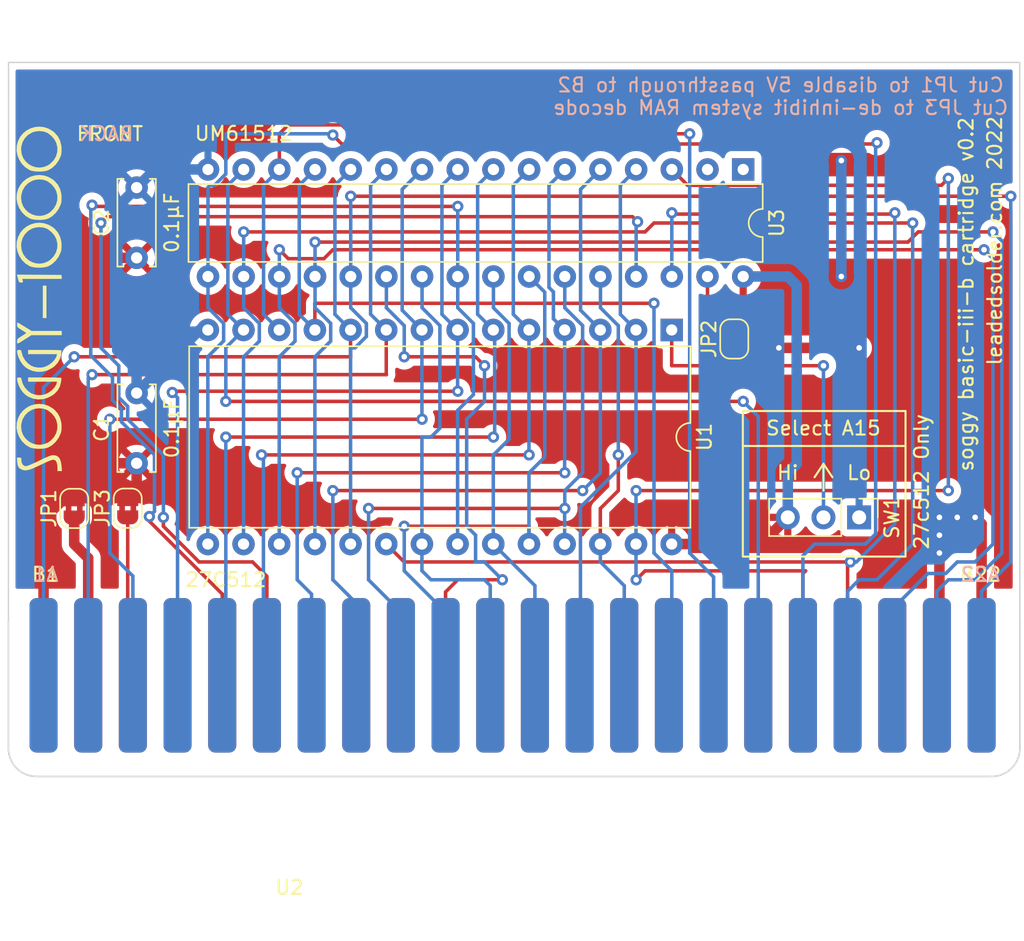
<source format=kicad_pcb>
(kicad_pcb (version 20211014) (generator pcbnew)
  (layers (0 "F.Cu" signal) (31 "B.Cu" signal) (34 "B.Paste" user) (35 "F.Paste" user) (36 "B.SilkS" user "B.Silkscreen") (37 "F.SilkS" user "F.Silkscreen") (38 "B.Mask" user) (39 "F.Mask" user) (44 "Edge.Cuts" user))
  (net 0 "")
  (net 1 "/5V")
  (net 2 "/GND")
  (net 3 "/~{CSCN4}")
  (net 4 "Net-(JP2-Pad2)")
  (net 5 "/D0")
  (net 6 "/D1")
  (net 7 "/D2")
  (net 8 "/D3")
  (net 9 "/D4")
  (net 10 "/D5")
  (net 11 "/D6")
  (net 12 "/D7")
  (net 13 "/~{RD}")
  (net 14 "Net-(U2-PadB3)")
  (net 15 "Net-(SW1-Pad2)")
  (net 16 "/~{WR}")
  (net 20 "/~{MREQ}")
  (net 29 "/A0")
  (net 30 "/A1")
  (net 31 "/A2")
  (net 32 "/A3")
  (net 33 "/A4")
  (net 34 "/A5")
  (net 35 "/A6")
  (net 36 "/A7")
  (net 37 "/A8")
  (net 38 "/A9")
  (net 39 "/A10")
  (net 40 "/A11")
  (net 41 "/A12")
  (net 42 "/A13")
  (net 43 "/A14")
  (net 44 "/~{EXM2}")
  (footprint "Capacitor_THT:C_Disc_D6.0mm_W2.5mm_P5.00mm" (layer "F.Cu") (at 126.365 98.365 90)
    (fp_text reference "C2")
    (fp_text value "0.1µF")
  )
  (footprint "Capacitor_THT:C_Disc_D6.0mm_W2.5mm_P5.00mm" (layer "F.Cu") (at 126.365 112.99 90)
    (fp_text reference "C1")
    (fp_text value "0.1µF")
  )
  (footprint "Connector_PinHeader_2.54mm:PinHeader_1x03_P2.54mm_Vertical" (layer "F.Cu") (at 177.8 116.84 -90)
    (fp_text reference "SW1")
    (fp_text value "SW_SPDT")
  )
  (footprint "Jumper:SolderJumper-2_P1.3mm_Bridged2Bar_RoundedPad1.0x1.5mm" (layer "F.Cu") (at 168.91 104.14 90)
    (fp_text reference "JP2")
    (fp_text value "SolderJumper_2_Bridged")
  )
  (footprint "SoggyCartridge:CartridgeEdge" (layer "F.Cu") (at 120.138 122.586)
    (fp_text reference "U2")
    (fp_text value "SG-1000-Cart")
    (fp_line (start 69.1 10.7) (end 69.1 1.7) (layer "Edge.Cuts") (width 0.12))
    (fp_line (start -2.9 10.7) (end -2.9 1.7) (layer "Edge.Cuts") (width 0.12))
    (fp_line (start 67.1 12.7) (end 66.9 12.7) (layer "Edge.Cuts") (width 0.12))
    (fp_line (start -0.9 12.7) (end 66.9 12.7) (layer "Edge.Cuts") (width 0.12))
    (fp_arc (start 69.1 10.7) (mid 68.514214 12.114214) (end 67.1 12.7) (layer "Edge.Cuts") (width 0.12))
    (fp_arc (start -0.9 12.7) (mid -2.314214 12.114214) (end -2.9 10.7) (layer "Edge.Cuts") (width 0.12))
  )
  (footprint "Jumper:SolderJumper-2_P1.3mm_Bridged2Bar_RoundedPad1.0x1.5mm" (layer "F.Cu") (at 121.92 116.205 90)
    (fp_text reference "JP1")
    (fp_text value "Jumper_2_Bridged")
  )
  (footprint "Logos:Soggy" (layer "F.Cu") (at 119.38 101.346 90)
    (fp_text reference "G***" hide)
    (fp_text value "LOGO" hide)
  )
  (footprint "Package_DIP:DIP-28_W15.24mm" (layer "F.Cu") (at 164.455 103.5 -90)
    (fp_text reference "U1")
    (fp_text value "27C512")
  )
  (footprint "Jumper:SolderJumper-2_P1.3mm_Bridged2Bar_RoundedPad1.0x1.5mm" (layer "F.Cu") (at 125.73 116.19 90)
    (fp_text reference "JP3")
    (fp_text value "Jumper_2_Bridged")
  )
  (footprint "Package_DIP:DIP-32_W7.62mm" (layer "F.Cu") (at 169.545 92.075 -90)
    (fp_text reference "U3")
    (fp_text value "UM61512")
  )
  (gr_rect (start 181.102 111.76) (end 169.545 111.76) (layer "F.SilkS") (width 0.15) (fill none))
  (gr_line (start 175.26 114.935) (end 175.26 113.03) (layer "F.SilkS") (width 0.15))
  (gr_line (start 175.26 113.03) (end 175.895 113.9825) (layer "F.SilkS") (width 0.15))
  (gr_rect (start 169.5196 119.634) (end 181.102 109.2708) (layer "F.SilkS") (width 0.15) (fill none))
  (gr_line (start 175.26 113.03) (end 174.625 113.9825) (layer "F.SilkS") (width 0.15))
  (gr_line (start 189.238 122.686) (end 189.23 84.455) (layer "Edge.Cuts") (width 0.1))
  (gr_line (start 117.238 124.286) (end 117.2464 84.455) (layer "Edge.Cuts") (width 0.1))
  (gr_line (start 117.2464 84.455) (end 189.23 84.455) (layer "Edge.Cuts") (width 0.1))
  (gr_line (start 189.238 122.686) (end 189.238 124.286) (layer "Edge.Cuts") (width 0.1))
  (gr_text "A22" (at 186.436 120.904) (layer "B.SilkS") (effects (font (size 1 1)) (justify mirror)))
  (gr_text "Cut JP1 to disable 5V passthrough to B2\nCut JP3 to de-inhibit system RAM decode" (at 172.212 86.868) (layer "B.SilkS") (effects (font (size 1 1)) (justify mirror)))
  (gr_text "A1" (at 119.888 120.904) (layer "B.SilkS") (effects (font (size 1 1)) (justify mirror)))
  (gr_text "BACK" (at 124.206 89.535) (layer "B.SilkS") (effects (font (size 1 1)) (justify mirror)))
  (gr_text "Hi" (at 172.72 113.665) (layer "F.SilkS") (effects (font (size 1 1))))
  (gr_text "FRONT" (at 124.46 89.535) (layer "F.SilkS") (effects (font (size 1 1))))
  (gr_text "B22" (at 186.436 120.904) (layer "F.SilkS") (effects (font (size 1 1))))
  (gr_text "27c512 Only" (at 182.245 114.3 90) (layer "F.SilkS") (effects (font (size 1 1))))
  (gr_text "soggy basic-iii-b cartridge v0.2" (at 185.42 100.965 90) (layer "F.SilkS") (effects (font (size 1 1))))
  (gr_text "Lo" (at 177.8 113.665) (layer "F.SilkS") (effects (font (size 1 1))))
  (gr_text "B1" (at 119.888 120.904) (layer "F.SilkS") (effects (font (size 1 1))))
  (gr_text "leadedsolder.com 2022" (at 187.452 97.155 90) (layer "F.SilkS") (effects (font (size 1 1))))
  (gr_text "Select A15" (at 175.26 110.49) (layer "F.SilkS") (effects (font (size 1 1))))
  (segment (start 170.82 118.74) (end 172.72 116.84) (width 0.75) (layer "F.Cu") (net 1))
  (segment (start 119.738 116.974506) (end 119.738 128.086) (width 0.75) (layer "F.Cu") (net 1))
  (segment (start 126.365 112.99) (end 126.365 114.905) (width 0.75) (layer "F.Cu") (net 1))
  (segment (start 119.738 116.974506) (end 119.738 99.972) (width 0.75) (layer "F.Cu") (net 1))
  (segment (start 121.157506 115.555) (end 119.738 116.974506) (width 0.75) (layer "F.Cu") (net 1))
  (segment (start 124.485 112.99) (end 121.92 115.555) (width 0.75) (layer "F.Cu") (net 1))
  (segment (start 121.92 115.555) (end 121.157506 115.555) (width 0.75) (layer "F.Cu") (net 1))
  (segment (start 164.455 118.74) (end 170.82 118.74) (width 0.75) (layer "F.Cu") (net 1))
  (segment (start 119.738 99.972) (end 121.345 98.365) (width 0.75) (layer "F.Cu") (net 1))
  (segment (start 121.345 98.365) (end 126.365 98.365) (width 0.75) (layer "F.Cu") (net 1))
  (segment (start 126.365 114.905) (end 125.73 115.54) (width 0.75) (layer "F.Cu") (net 1))
  (segment (start 126.365 112.99) (end 124.485 112.99) (width 0.75) (layer "F.Cu") (net 1))
  (via (at 176.53 99.695) (size 0.8) (drill 0.4) (layers "F.Cu" "B.Cu") (net 1))
  (via (at 176.53 91.44) (size 0.8) (drill 0.4) (layers "F.Cu" "B.Cu") (net 1))
  (segment (start 173.355 113.03) (end 173.355 100.33) (width 0.75) (layer "B.Cu") (net 1))
  (segment (start 173.355 100.33) (end 172.72 99.695) (width 0.75) (layer "B.Cu") (net 1))
  (segment (start 172.72 116.84) (end 172.72 113.665) (width 0.75) (layer "B.Cu") (net 1))
  (segment (start 172.72 99.695) (end 169.545 99.695) (width 0.75) (layer "B.Cu") (net 1))
  (segment (start 176.53 91.44) (end 176.53 99.695) (width 0.75) (layer "B.Cu") (net 1))
  (segment (start 172.72 113.665) (end 173.355 113.03) (width 0.75) (layer "B.Cu") (net 1))
  (segment (start 168.91 104.79) (end 172.07 104.79) (width 0.75) (layer "F.Cu") (net 2))
  (segment (start 184.785 116.84) (end 183.515 116.84) (width 0.75) (layer "F.Cu") (net 2))
  (segment (start 183.515 127.909) (end 183.338 128.086) (width 0.75) (layer "F.Cu") (net 2))
  (segment (start 172.07 104.79) (end 172.085 104.775) (width 0.75) (layer "F.Cu") (net 2))
  (segment (start 186.518 128.086) (end 186.518 117.303) (width 0.75) (layer "F.Cu") (net 2))
  (segment (start 172.085 104.775) (end 177.8 104.775) (width 0.75) (layer "F.Cu") (net 2))
  (segment (start 186.055 116.84) (end 184.785 116.84) (width 0.75) (layer "F.Cu") (net 2))
  (segment (start 183.515 116.84) (end 183.515 118.11) (width 0.75) (layer "F.Cu") (net 2))
  (segment (start 183.515 119.38) (end 183.515 127.909) (width 0.75) (layer "F.Cu") (net 2))
  (segment (start 183.515 118.11) (end 183.515 119.38) (width 0.75) (layer "F.Cu") (net 2))
  (segment (start 186.518 117.303) (end 186.055 116.84) (width 0.75) (layer "F.Cu") (net 2))
  (via (at 183.515 119.38) (size 0.8) (drill 0.4) (layers "F.Cu" "B.Cu") (net 2))
  (via (at 183.515 118.11) (size 0.8) (drill 0.4) (layers "F.Cu" "B.Cu") (net 2))
  (via (at 186.055 116.84) (size 0.8) (drill 0.4) (layers "F.Cu" "B.Cu") (net 2))
  (via (at 183.515 116.84) (size 0.8) (drill 0.4) (layers "F.Cu" "B.Cu") (net 2))
  (via (at 177.8 104.775) (size 0.8) (drill 0.4) (layers "F.Cu" "B.Cu") (net 2))
  (via (at 184.785 116.84) (size 0.8) (drill 0.4) (layers "F.Cu" "B.Cu") (net 2))
  (via (at 172.085 104.775) (size 0.8) (drill 0.4) (layers "F.Cu" "B.Cu") (net 2))
  (segment (start 124.990489 94.739511) (end 126.365 93.365) (width 0.75) (layer "B.Cu") (net 2))
  (segment (start 131.445 92.075) (end 127.655 92.075) (width 0.75) (layer "B.Cu") (net 2))
  (segment (start 126.365 107.99) (end 126.365 106.325743) (width 0.75) (layer "B.Cu") (net 2))
  (segment (start 130.855 103.5) (end 131.435 103.5) (width 0.75) (layer "B.Cu") (net 2))
  (segment (start 124.990489 104.951232) (end 124.990489 94.739511) (width 0.75) (layer "B.Cu") (net 2))
  (segment (start 126.365 106.325743) (end 124.990489 104.951232) (width 0.75) (layer "B.Cu") (net 2))
  (segment (start 127.655 92.075) (end 126.365 93.365) (width 0.75) (layer "B.Cu") (net 2))
  (segment (start 126.365 107.99) (end 130.855 103.5) (width 0.75) (layer "B.Cu") (net 2))
  (segment (start 122.918 119.743) (end 121.92 118.745) (width 0.75) (layer "F.Cu") (net 3))
  (segment (start 121.92 118.745) (end 121.92 116.855) (width 0.75) (layer "F.Cu") (net 3))
  (segment (start 122.918 128.086) (end 122.918 119.743) (width 0.75) (layer "F.Cu") (net 3))
  (segment (start 168.91 103.49) (end 167.005 101.585) (width 0.25) (layer "F.Cu") (net 4))
  (segment (start 167.005 101.585) (end 167.005 99.695) (width 0.25) (layer "F.Cu") (net 4))
  (segment (start 163.195 101.6) (end 139.065 101.6) (width 0.25) (layer "F.Cu") (net 5))
  (segment (start 139.065 101.6) (end 139.055 101.61) (width 0.25) (layer "F.Cu") (net 5))
  (segment (start 139.055 101.61) (end 139.055 103.5) (width 0.25) (layer "F.Cu") (net 5))
  (via (at 163.195 101.6) (size 0.8) (drill 0.4) (layers "F.Cu" "B.Cu") (net 5))
  (segment (start 139.065 92.075) (end 137.940489 93.199511) (width 0.25) (layer "B.Cu") (net 5))
  (segment (start 164.258 128.086) (end 164.465 127.879) (width 0.25) (layer "B.Cu") (net 5))
  (segment (start 164.465 120.65) (end 163.195 119.38) (width 0.25) (layer "B.Cu") (net 5))
  (segment (start 164.465 127.879) (end 164.465 120.65) (width 0.25) (layer "B.Cu") (net 5))
  (segment (start 163.195 119.38) (end 163.195 118.11) (width 0.25) (layer "B.Cu") (net 5))
  (segment (start 137.940489 93.199511) (end 137.940489 102.385489) (width 0.25) (layer "B.Cu") (net 5))
  (segment (start 163.195 118.11) (end 163.195 101.6) (width 0.25) (layer "B.Cu") (net 5))
  (segment (start 137.940489 102.385489) (end 139.055 103.5) (width 0.25) (layer "B.Cu") (net 5))
  (segment (start 165.735 89.535) (end 141.605 89.535) (width 0.25) (layer "F.Cu") (net 6))
  (segment (start 141.605 89.535) (end 140.97 88.9) (width 0.25) (layer "F.Cu") (net 6))
  (segment (start 137.16 88.9) (end 136.525 89.535) (width 0.25) (layer "F.Cu") (net 6))
  (segment (start 136.525 89.535) (end 136.525 92.075) (width 0.25) (layer "F.Cu") (net 6))
  (segment (start 140.97 88.9) (end 137.16 88.9) (width 0.25) (layer "F.Cu") (net 6))
  (via (at 165.735 89.535) (size 0.8) (drill 0.4) (layers "F.Cu" "B.Cu") (net 6))
  (segment (start 167.438 121.083) (end 165.735 119.38) (width 0.25) (layer "B.Cu") (net 6))
  (segment (start 167.438 128.086) (end 167.438 121.083) (width 0.25) (layer "B.Cu") (net 6))
  (segment (start 135.400489 93.199511) (end 135.400489 102.385489) (width 0.25) (layer "B.Cu") (net 6))
  (segment (start 165.735 119.38) (end 165.735 89.535) (width 0.25) (layer "B.Cu") (net 6))
  (segment (start 136.525 92.075) (end 135.400489 93.199511) (width 0.25) (layer "B.Cu") (net 6))
  (segment (start 135.400489 102.385489) (end 136.515 103.5) (width 0.25) (layer "B.Cu") (net 6))
  (segment (start 169.545 108.585) (end 132.715 108.585) (width 0.25) (layer "F.Cu") (net 7))
  (via (at 169.545 108.585) (size 0.8) (drill 0.4) (layers "F.Cu" "B.Cu") (net 7))
  (via (at 132.715 108.585) (size 0.8) (drill 0.4) (layers "F.Cu" "B.Cu") (net 7))
  (segment (start 132.860489 93.199511) (end 132.860489 102.385489) (width 0.25) (layer "B.Cu") (net 7))
  (segment (start 133.985 92.075) (end 132.860489 93.199511) (width 0.25) (layer "B.Cu") (net 7))
  (segment (start 170.618 109.658) (end 169.545 108.585) (width 0.25) (layer "B.Cu") (net 7))
  (segment (start 170.618 128.086) (end 170.618 109.658) (width 0.25) (layer "B.Cu") (net 7))
  (segment (start 132.715 108.585) (end 132.715 104.76) (width 0.25) (layer "B.Cu") (net 7))
  (segment (start 132.715 104.76) (end 133.975 103.5) (width 0.25) (layer "B.Cu") (net 7))
  (segment (start 132.860489 102.385489) (end 133.975 103.5) (width 0.25) (layer "B.Cu") (net 7))
  (segment (start 140.970001 90.259501) (end 140.335 89.6245) (width 0.25) (layer "F.Cu") (net 8))
  (segment (start 178.980499 90.259501) (end 140.970001 90.259501) (width 0.25) (layer "F.Cu") (net 8))
  (segment (start 179.07 90.17) (end 178.980499 90.259501) (width 0.25) (layer "F.Cu") (net 8))
  (via (at 179.07 90.17) (size 0.8) (drill 0.4) (layers "F.Cu" "B.Cu") (net 8))
  (via (at 140.335 89.6245) (size 0.8) (drill 0.4) (layers "F.Cu" "B.Cu") (net 8))
  (segment (start 174.625 118.745) (end 173.798 119.572) (width 0.25) (layer "B.Cu") (net 8))
  (segment (start 132.559511 103.034211) (end 132.559511 104.279785) (width 0.25) (layer "B.Cu") (net 8))
  (segment (start 131.445 101.9197) (end 132.559511 103.034211) (width 0.25) (layer "B.Cu") (net 8))
  (segment (start 131.445 99.695) (end 131.445 101.9197) (width 0.25) (layer "B.Cu") (net 8))
  (segment (start 178.244022 118.745) (end 174.625 118.745) (width 0.25) (layer "B.Cu") (net 8))
  (segment (start 131.445 99.695) (end 131.445 93.345) (width 0.25) (layer "B.Cu") (net 8))
  (segment (start 178.974511 90.265489) (end 178.974511 118.014511) (width 0.25) (layer "B.Cu") (net 8))
  (segment (start 140.2455 89.535) (end 140.335 89.6245) (width 0.25) (layer "B.Cu") (net 8))
  (segment (start 131.445 93.345) (end 131.590489 93.199511) (width 0.25) (layer "B.Cu") (net 8))
  (segment (start 132.715 92.3953) (end 132.715 89.535) (width 0.25) (layer "B.Cu") (net 8))
  (segment (start 131.435 105.404296) (end 131.435 118.74) (width 0.25) (layer "B.Cu") (net 8))
  (segment (start 173.798 119.572) (end 173.798 128.086) (width 0.25) (layer "B.Cu") (net 8))
  (segment (start 131.590489 93.199511) (end 131.910789 93.199511) (width 0.25) (layer "B.Cu") (net 8))
  (segment (start 178.974511 118.014511) (end 178.244022 118.745) (width 0.25) (layer "B.Cu") (net 8))
  (segment (start 179.07 90.17) (end 178.974511 90.265489) (width 0.25) (layer "B.Cu") (net 8))
  (segment (start 132.559511 104.279785) (end 131.435 105.404296) (width 0.25) (layer "B.Cu") (net 8))
  (segment (start 131.910789 93.199511) (end 132.715 92.3953) (width 0.25) (layer "B.Cu") (net 8))
  (segment (start 132.715 89.535) (end 140.2455 89.535) (width 0.25) (layer "B.Cu") (net 8))
  (segment (start 133.985 96.52) (end 161.925 96.52) (width 0.25) (layer "F.Cu") (net 9))
  (segment (start 161.925 96.52) (end 162.56 96.52) (width 0.25) (layer "F.Cu") (net 9))
  (segment (start 162.56 96.52) (end 163.195 95.885) (width 0.25) (layer "F.Cu") (net 9))
  (segment (start 163.195 95.885) (end 181.61 95.885) (width 0.25) (layer "F.Cu") (net 9))
  (via (at 133.985 96.52) (size 0.8) (drill 0.4) (layers "F.Cu" "B.Cu") (net 9))
  (via (at 181.61 95.885) (size 0.8) (drill 0.4) (layers "F.Cu" "B.Cu") (net 9))
  (segment (start 176.978 122.107) (end 176.978 128.086) (width 0.25) (layer "B.Cu") (net 9))
  (segment (start 177.8 121.285) (end 176.978 122.107) (width 0.25) (layer "B.Cu") (net 9))
  (segment (start 133.985 99.695) (end 133.985 96.52) (width 0.25) (layer "B.Cu") (net 9))
  (segment (start 135.099511 104.295489) (end 133.975 105.42) (width 0.25) (layer "B.Cu") (net 9))
  (segment (start 181.61 95.885) (end 181.61 118.745) (width 0.25) (layer "B.Cu") (net 9))
  (segment (start 133.985 99.695) (end 133.985 101.9197) (width 0.25) (layer "B.Cu") (net 9))
  (segment (start 133.985 101.9197) (end 135.099511 103.034211) (width 0.25) (layer "B.Cu") (net 9))
  (segment (start 179.07 121.285) (end 177.8 121.285) (width 0.25) (layer "B.Cu") (net 9))
  (segment (start 181.61 118.745) (end 179.07 121.285) (width 0.25) (layer "B.Cu") (net 9))
  (segment (start 133.975 105.42) (end 133.975 118.74) (width 0.25) (layer "B.Cu") (net 9))
  (segment (start 135.099511 103.034211) (end 135.099511 104.295489) (width 0.25) (layer "B.Cu") (net 9))
  (segment (start 140.335 97.79) (end 139.7 98.425) (width 0.25) (layer "F.Cu") (net 10))
  (segment (start 139.7 98.425) (end 137.16 98.425) (width 0.25) (layer "F.Cu") (net 10))
  (segment (start 186.69 97.79) (end 140.335 97.79) (width 0.25) (layer "F.Cu") (net 10))
  (segment (start 137.16 98.425) (end 136.525 97.79) (width 0.25) (layer "F.Cu") (net 10))
  (via (at 186.69 97.79) (size 0.8) (drill 0.4) (layers "F.Cu" "B.Cu") (net 10))
  (via (at 136.525 97.79) (size 0.8) (drill 0.4) (layers "F.Cu" "B.Cu") (net 10))
  (segment (start 183.96451 120.83549) (end 184.785 120.015) (width 0.25) (layer "B.Cu") (net 10))
  (segment (start 136.515 105.42) (end 136.515 118.74) (width 0.25) (layer "B.Cu") (net 10))
  (segment (start 136.525 99.695) (end 136.525 101.9197) (width 0.25) (layer "B.Cu") (net 10))
  (segment (start 180.158 128.086) (end 180.158 123.372) (width 0.25) (layer "B.Cu") (net 10))
  (segment (start 136.525 97.79) (end 136.525 99.695) (width 0.25) (layer "B.Cu") (net 10))
  (segment (start 180.158 123.372) (end 182.69451 120.83549) (width 0.25) (layer "B.Cu") (net 10))
  (segment (start 137.639511 103.034211) (end 137.639511 104.295489) (width 0.25) (layer "B.Cu") (net 10))
  (segment (start 136.525 101.9197) (end 137.639511 103.034211) (width 0.25) (layer "B.Cu") (net 10))
  (segment (start 182.69451 120.83549) (end 183.96451 120.83549) (width 0.25) (layer "B.Cu") (net 10))
  (segment (start 187.325 98.425) (end 186.69 97.79) (width 0.25) (layer "B.Cu") (net 10))
  (segment (start 186.055 120.015) (end 187.325 118.745) (width 0.25) (layer "B.Cu") (net 10))
  (segment (start 137.639511 104.295489) (end 136.515 105.42) (width 0.25) (layer "B.Cu") (net 10))
  (segment (start 184.785 120.015) (end 186.055 120.015) (width 0.25) (layer "B.Cu") (net 10))
  (segment (start 187.325 118.745) (end 187.325 98.425) (width 0.25) (layer "B.Cu") (net 10))
  (segment (start 181.9996 96.52) (end 181.2751 97.2445) (width 0.25) (layer "F.Cu") (net 11))
  (segment (start 187.325 96.52) (end 181.9996 96.52) (width 0.25) (layer "F.Cu") (net 11))
  (segment (start 181.2751 97.2445) (end 139.065 97.2445) (width 0.25) (layer "F.Cu") (net 11))
  (via (at 187.325 96.52) (size 0.8) (drill 0.4) (layers "F.Cu" "B.Cu") (net 11))
  (via (at 139.065 97.2445) (size 0.8) (drill 0.4) (layers "F.Cu" "B.Cu") (net 11))
  (segment (start 140.179511 103.034211) (end 140.179511 104.295489) (width 0.25) (layer "B.Cu") (net 11))
  (segment (start 140.179511 104.295489) (end 139.055 105.42) (width 0.25) (layer "B.Cu") (net 11))
  (segment (start 187.77451 119.566194) (end 187.77451 119.56549) (width 0.25) (layer "B.Cu") (net 11))
  (segment (start 184.15 121.285) (end 186.055704 121.285) (width 0.25) (layer "B.Cu") (net 11))
  (segment (start 187.96 119.38) (end 187.96 97.155) (width 0.25) (layer "B.Cu") (net 11))
  (segment (start 139.065 101.9197) (end 140.179511 103.034211) (width 0.25) (layer "B.Cu") (net 11))
  (segment (start 139.065 99.695) (end 139.065 101.9197) (width 0.25) (layer "B.Cu") (net 11))
  (segment (start 186.055704 121.285) (end 187.77451 119.566194) (width 0.25) (layer "B.Cu") (net 11))
  (segment (start 187.96 97.155) (end 187.325 96.52) (width 0.25) (layer "B.Cu") (net 11))
  (segment (start 183.338 128.086) (end 183.338 122.097) (width 0.25) (layer "B.Cu") (net 11))
  (segment (start 139.065 99.695) (end 139.065 97.2445) (width 0.25) (layer "B.Cu") (net 11))
  (segment (start 187.77451 119.56549) (end 187.96 119.38) (width 0.25) (layer "B.Cu") (net 11))
  (segment (start 183.338 122.097) (end 184.15 121.285) (width 0.25) (layer "B.Cu") (net 11))
  (segment (start 139.055 105.42) (end 139.055 118.74) (width 0.25) (layer "B.Cu") (net 11))
  (segment (start 188.595 93.98) (end 141.605 93.98) (width 0.25) (layer "F.Cu") (net 12))
  (via (at 188.595 93.98) (size 0.8) (drill 0.4) (layers "F.Cu" "B.Cu") (net 12))
  (via (at 141.605 93.98) (size 0.8) (drill 0.4) (layers "F.Cu" "B.Cu") (net 12))
  (segment (start 141.605 93.98) (end 141.605 99.695) (width 0.25) (layer "B.Cu") (net 12))
  (segment (start 142.719511 103.034211) (end 142.719511 103.965789) (width 0.25) (layer "B.Cu") (net 12))
  (segment (start 141.605 104.775) (end 141.595 104.785) (width 0.25) (layer "B.Cu") (net 12))
  (segment (start 141.9103 104.775) (end 141.605 104.775) (width 0.25) (layer "B.Cu") (net 12))
  (segment (start 186.518 122.092) (end 188.595 120.015) (width 0.25) (layer "B.Cu") (net 12))
  (segment (start 141.605 99.695) (end 141.605 101.9197) (width 0.25) (layer "B.Cu") (net 12))
  (segment (start 141.605 101.9197) (end 142.719511 103.034211) (width 0.25) (layer "B.Cu") (net 12))
  (segment (start 142.719511 103.965789) (end 141.9103 104.775) (width 0.25) (layer "B.Cu") (net 12))
  (segment (start 186.518 128.086) (end 186.518 122.092) (width 0.25) (layer "B.Cu") (net 12))
  (segment (start 141.595 104.785) (end 141.595 118.74) (width 0.25) (layer "B.Cu") (net 12))
  (segment (start 188.595 120.015) (end 188.595 93.98) (width 0.25) (layer "B.Cu") (net 12))
  (segment (start 123.2795 94.7045) (end 149.225 94.7045) (width 0.25) (layer "F.Cu") (net 13))
  (segment (start 132.458 128.086) (end 132.458 122.298704) (width 0.25) (layer "F.Cu") (net 13))
  (segment (start 132.458 122.298704) (end 127.272312 117.113016) (width 0.25) (layer "F.Cu") (net 13))
  (segment (start 127.272312 117.113016) (end 127.272312 116.779798) (width 0.25) (layer "F.Cu") (net 13))
  (segment (start 123.19 94.615) (end 123.2795 94.7045) (width 0.25) (layer "F.Cu") (net 13))
  (via (at 127.272312 116.779798) (size 0.8) (drill 0.4) (layers "F.Cu" "B.Cu") (net 13))
  (via (at 149.225 94.7045) (size 0.8) (drill 0.4) (layers "F.Cu" "B.Cu") (net 13))
  (via (at 123.19 94.615) (size 0.8) (drill 0.4) (layers "F.Cu" "B.Cu") (net 13))
  (segment (start 149.215 109.23) (end 149.215 118.74) (width 0.25) (layer "B.Cu") (net 13))
  (segment (start 149.225 99.695) (end 149.225 94.7045) (width 0.25) (layer "B.Cu") (net 13))
  (segment (start 149.225 101.9197) (end 150.339511 103.034211) (width 0.25) (layer "B.Cu") (net 13))
  (segment (start 127.635 116.41711) (end 127.272312 116.779798) (width 0.25) (layer "B.Cu") (net 13))
  (segment (start 127.635 112.395704) (end 127.635 116.41711) (width 0.25) (layer "B.Cu") (net 13))
  (segment (start 150.339511 108.105489) (end 149.215 109.23) (width 0.25) (layer "B.Cu") (net 13))
  (segment (start 149.225 99.695) (end 149.225 101.9197) (width 0.25) (layer "B.Cu") (net 13))
  (segment (start 150.339511 103.034211) (end 150.339511 108.105489) (width 0.25) (layer "B.Cu") (net 13))
  (segment (start 125.28049 109.131494) (end 125.28049 110.041194) (width 0.25) (layer "B.Cu") (net 13))
  (segment (start 123.19 94.615) (end 123.100499 94.704501) (width 0.25) (layer "B.Cu") (net 13))
  (segment (start 124.64549 108.496494) (end 125.28049 109.131494) (width 0.25) (layer "B.Cu") (net 13))
  (segment (start 123.100499 94.704501) (end 123.100499 105.320499) (width 0.25) (layer "B.Cu") (net 13))
  (segment (start 123.100499 105.320499) (end 124.64549 106.86549) (width 0.25) (layer "B.Cu") (net 13))
  (segment (start 124.64549 106.86549) (end 124.64549 108.496494) (width 0.25) (layer "B.Cu") (net 13))
  (segment (start 125.28049 110.041194) (end 127.635 112.395704) (width 0.25) (layer "B.Cu") (net 13))
  (segment (start 125.73 116.84) (end 125.73 127.718) (width 0.25) (layer "F.Cu") (net 14))
  (segment (start 125.73 127.718) (end 126.098 128.086) (width 0.25) (layer "F.Cu") (net 14))
  (segment (start 164.455 106.035) (end 164.455 103.5) (width 0.25) (layer "F.Cu") (net 15))
  (segment (start 175.26 106.045) (end 164.465 106.045) (width 0.25) (layer "F.Cu") (net 15))
  (segment (start 164.465 106.045) (end 164.455 106.035) (width 0.25) (layer "F.Cu") (net 15))
  (via (at 175.26 106.045) (size 0.8) (drill 0.4) (layers "F.Cu" "B.Cu") (net 15))
  (segment (start 175.26 116.84) (end 175.26 106.045) (width 0.25) (layer "B.Cu") (net 15))
  (segment (start 124.27451 95.43549) (end 161.666105 95.43549) (width 0.25) (layer "F.Cu") (net 16))
  (segment (start 135.638 128.086) (end 135.638 121.033) (width 0.25) (layer "F.Cu") (net 16))
  (segment (start 130.81 120.015) (end 128.27 117.475) (width 0.25) (layer "F.Cu") (net 16))
  (segment (start 135.638 121.033) (end 134.62 120.015) (width 0.25) (layer "F.Cu") (net 16))
  (segment (start 161.666105 95.43549) (end 162.026115 95.7955) (width 0.25) (layer "F.Cu") (net 16))
  (segment (start 134.62 120.015) (end 130.81 120.015) (width 0.25) (layer "F.Cu") (net 16))
  (segment (start 128.27 117.475) (end 128.27 116.84) (width 0.25) (layer "F.Cu") (net 16))
  (segment (start 123.825 95.885) (end 124.27451 95.43549) (width 0.25) (layer "F.Cu") (net 16))
  (via (at 128.27 116.84) (size 0.8) (drill 0.4) (layers "F.Cu" "B.Cu") (net 16))
  (via (at 162.026115 95.7955) (size 0.8) (drill 0.4) (layers "F.Cu" "B.Cu") (net 16))
  (via (at 123.825 95.885) (size 0.8) (drill 0.4) (layers "F.Cu" "B.Cu") (net 16))
  (segment (start 125.73 108.9453) (end 125.095 108.3103) (width 0.25) (layer "B.Cu") (net 16))
  (segment (start 161.925 99.695) (end 161.925 95.896615) (width 0.25) (layer "B.Cu") (net 16))
  (segment (start 123.825 104.775) (end 123.825 95.885) (width 0.25) (layer "B.Cu") (net 16))
  (segment (start 128.27 112.395) (end 125.73 109.855) (width 0.25) (layer "B.Cu") (net 16))
  (segment (start 128.27 116.84) (end 128.27 112.395) (width 0.25) (layer "B.Cu") (net 16))
  (segment (start 161.925 95.896615) (end 162.026115 95.7955) (width 0.25) (layer "B.Cu") (net 16))
  (segment (start 125.73 109.855) (end 125.73 108.9453) (width 0.25) (layer "B.Cu") (net 16))
  (segment (start 125.095 108.3103) (end 125.095 106.045) (width 0.25) (layer "B.Cu") (net 16))
  (segment (start 125.095 106.045) (end 123.825 104.775) (width 0.25) (layer "B.Cu") (net 16))
  (segment (start 148.358 122.152) (end 149.225 121.285) (width 0.25) (layer "F.Cu") (net 20))
  (segment (start 149.225 121.285) (end 152.4 121.285) (width 0.25) (layer "F.Cu") (net 20))
  (segment (start 148.358 128.086) (end 148.358 122.152) (width 0.25) (layer "F.Cu") (net 20))
  (segment (start 145.415 105.41) (end 150.495 105.41) (width 0.25) (layer "F.Cu") (net 20))
  (segment (start 150.495 105.41) (end 151.13 106.045) (width 0.25) (layer "F.Cu") (net 20))
  (via (at 152.4 121.285) (size 0.8) (drill 0.4) (layers "F.Cu" "B.Cu") (net 20))
  (via (at 145.415 105.41) (size 0.8) (drill 0.4) (layers "F.Cu" "B.Cu") (net 20))
  (via (at 151.13 106.045) (size 0.8) (drill 0.4) (layers "F.Cu" "B.Cu") (net 20))
  (segment (start 144.145 101.9197) (end 144.78 102.5547) (width 0.25) (layer "B.Cu") (net 20))
  (segment (start 144.78 102.5547) (end 145.415 103.1897) (width 0.25) (layer "B.Cu") (net 20))
  (segment (start 149.86 117.475) (end 150.495 118.11) (width 0.25) (layer "B.Cu") (net 20))
  (segment (start 152.4 121.285) (end 151.13 120.015) (width 0.25) (layer "B.Cu") (net 20))
  (segment (start 151.13 106.045) (end 151.13 108.585) (width 0.25) (layer "B.Cu") (net 20))
  (segment (start 150.495 118.11) (end 150.495 120.015) (width 0.25) (layer "B.Cu") (net 20))
  (segment (start 144.145 99.695) (end 144.145 101.9197) (width 0.25) (layer "B.Cu") (net 20))
  (segment (start 151.13 120.015) (end 150.495 120.015) (width 0.25) (layer "B.Cu") (net 20))
  (segment (start 149.86 109.855) (end 149.86 117.475) (width 0.25) (layer "B.Cu") (net 20))
  (segment (start 151.13 108.585) (end 149.86 109.855) (width 0.25) (layer "B.Cu") (net 20))
  (segment (start 145.415 103.1897) (end 145.415 105.41) (width 0.25) (layer "B.Cu") (net 20))
  (segment (start 141.605 105.41) (end 141.595 105.4) (width 0.25) (layer "F.Cu") (net 29))
  (segment (start 121.92 105.41) (end 141.605 105.41) (width 0.25) (layer "F.Cu") (net 29))
  (segment (start 141.595 105.4) (end 141.595 103.5) (width 0.25) (layer "F.Cu") (net 29))
  (via (at 121.92 105.41) (size 0.8) (drill 0.4) (layers "F.Cu" "B.Cu") (net 29))
  (segment (start 141.605 92.075) (end 140.480489 93.199511) (width 0.25) (layer "B.Cu") (net 29))
  (segment (start 119.738 107.592) (end 121.92 105.41) (width 0.25) (layer "B.Cu") (net 29))
  (segment (start 140.480489 93.199511) (end 140.480489 102.385489) (width 0.25) (layer "B.Cu") (net 29))
  (segment (start 140.480489 102.385489) (end 141.595 103.5) (width 0.25) (layer "B.Cu") (net 29))
  (segment (start 119.738 128.086) (end 119.738 107.592) (width 0.25) (layer "B.Cu") (net 29))
  (segment (start 144.135 106.67) (end 144.135 103.5) (width 0.25) (layer "F.Cu") (net 30))
  (segment (start 123.19 106.68) (end 144.145 106.68) (width 0.25) (layer "F.Cu") (net 30))
  (segment (start 144.145 106.68) (end 144.135 106.67) (width 0.25) (layer "F.Cu") (net 30))
  (via (at 123.19 106.68) (size 0.8) (drill 0.4) (layers "F.Cu" "B.Cu") (net 30))
  (segment (start 122.918 128.086) (end 122.918 106.952) (width 0.25) (layer "B.Cu") (net 30))
  (segment (start 122.918 106.952) (end 123.19 106.68) (width 0.25) (layer "B.Cu") (net 30))
  (segment (start 143.020489 102.385489) (end 144.135 103.5) (width 0.25) (layer "B.Cu") (net 30))
  (segment (start 144.145 92.075) (end 143.020489 93.199511) (width 0.25) (layer "B.Cu") (net 30))
  (segment (start 143.020489 93.199511) (end 143.020489 102.385489) (width 0.25) (layer "B.Cu") (net 30))
  (segment (start 124.46 109.855) (end 146.685 109.855) (width 0.25) (layer "F.Cu") (net 31))
  (via (at 146.685 109.855) (size 0.8) (drill 0.4) (layers "F.Cu" "B.Cu") (net 31))
  (via (at 124.46 109.855) (size 0.8) (drill 0.4) (layers "F.Cu" "B.Cu") (net 31))
  (segment (start 146.685 109.855) (end 146.675 109.845) (width 0.25) (layer "B.Cu") (net 31))
  (segment (start 145.269511 93.490489) (end 145.269511 102.094511) (width 0.25) (layer "B.Cu") (net 31))
  (segment (start 126.098 121.018) (end 124.46 119.38) (width 0.25) (layer "B.Cu") (net 31))
  (segment (start 145.269511 102.094511) (end 146.675 103.5) (width 0.25) (layer "B.Cu") (net 31))
  (segment (start 126.098 128.086) (end 126.098 121.018) (width 0.25) (layer "B.Cu") (net 31))
  (segment (start 124.46 119.38) (end 124.46 109.855) (width 0.25) (layer "B.Cu") (net 31))
  (segment (start 146.685 92.075) (end 145.269511 93.490489) (width 0.25) (layer "B.Cu") (net 31))
  (segment (start 146.675 109.845) (end 146.675 103.5) (width 0.25) (layer "B.Cu") (net 31))
  (segment (start 128.905 107.95) (end 128.9945 107.8605) (width 0.25) (layer "F.Cu") (net 32))
  (segment (start 128.9945 107.8605) (end 149.225 107.8605) (width 0.25) (layer "F.Cu") (net 32))
  (via (at 128.905 107.95) (size 0.8) (drill 0.4) (layers "F.Cu" "B.Cu") (net 32))
  (via (at 149.225 107.8605) (size 0.8) (drill 0.4) (layers "F.Cu" "B.Cu") (net 32))
  (segment (start 149.215 107.8505) (end 149.225 107.8605) (width 0.25) (layer "B.Cu") (net 32))
  (segment (start 148.100489 93.199511) (end 148.100489 102.385489) (width 0.25) (layer "B.Cu") (net 32))
  (segment (start 129.278 128.086) (end 129.278 108.323) (width 0.25) (layer "B.Cu") (net 32))
  (segment (start 148.100489 102.385489) (end 149.215 103.5) (width 0.25) (layer "B.Cu") (net 32))
  (segment (start 149.225 92.075) (end 148.100489 93.199511) (width 0.25) (layer "B.Cu") (net 32))
  (segment (start 149.215 103.5) (end 149.215 107.8505) (width 0.25) (layer "B.Cu") (net 32))
  (segment (start 129.278 108.323) (end 128.905 107.95) (width 0.25) (layer "B.Cu") (net 32))
  (segment (start 132.715 111.125) (end 151.765 111.125) (width 0.25) (layer "F.Cu") (net 33))
  (via (at 151.765 111.125) (size 0.8) (drill 0.4) (layers "F.Cu" "B.Cu") (net 33))
  (via (at 132.715 111.125) (size 0.8) (drill 0.4) (layers "F.Cu" "B.Cu") (net 33))
  (segment (start 151.765 92.075) (end 150.640489 93.199511) (width 0.25) (layer "B.Cu") (net 33))
  (segment (start 151.854501 111.035499) (end 151.854501 103.599501) (width 0.25) (layer "B.Cu") (net 33))
  (segment (start 150.640489 102.385489) (end 151.755 103.5) (width 0.25) (layer "B.Cu") (net 33))
  (segment (start 151.854501 103.599501) (end 151.755 103.5) (width 0.25) (layer "B.Cu") (net 33))
  (segment (start 151.765 111.125) (end 151.854501 111.035499) (width 0.25) (layer "B.Cu") (net 33))
  (segment (start 150.640489 93.199511) (end 150.640489 102.385489) (width 0.25) (layer "B.Cu") (net 33))
  (segment (start 132.458 128.086) (end 132.715 127.829) (width 0.25) (layer "B.Cu") (net 33))
  (segment (start 132.715 127.829) (end 132.715 111.125) (width 0.25) (layer "B.Cu") (net 33))
  (segment (start 135.255 112.395) (end 154.305 112.395) (width 0.25) (layer "F.Cu") (net 34))
  (via (at 135.255 112.395) (size 0.8) (drill 0.4) (layers "F.Cu" "B.Cu") (net 34))
  (via (at 154.305 112.395) (size 0.8) (drill 0.4) (layers "F.Cu" "B.Cu") (net 34))
  (segment (start 135.390489 112.530489) (end 135.255 112.395) (width 0.25) (layer "B.Cu") (net 34))
  (segment (start 153.180489 93.199511) (end 153.180489 102.385489) (width 0.25) (layer "B.Cu") (net 34))
  (segment (start 154.295 112.385) (end 154.295 103.5) (width 0.25) (layer "B.Cu") (net 34))
  (segment (start 135.390489 127.838489) (end 135.390489 112.530489) (width 0.25) (layer "B.Cu") (net 34))
  (segment (start 135.638 128.086) (end 135.390489 127.838489) (width 0.25) (layer "B.Cu") (net 34))
  (segment (start 154.305 112.395) (end 154.295 112.385) (width 0.25) (layer "B.Cu") (net 34))
  (segment (start 154.305 92.075) (end 153.180489 93.199511) (width 0.25) (layer "B.Cu") (net 34))
  (segment (start 153.180489 102.385489) (end 154.295 103.5) (width 0.25) (layer "B.Cu") (net 34))
  (segment (start 137.795 113.665) (end 156.845 113.665) (width 0.25) (layer "F.Cu") (net 35))
  (via (at 156.845 113.665) (size 0.8) (drill 0.4) (layers "F.Cu" "B.Cu") (net 35))
  (via (at 137.795 113.665) (size 0.8) (drill 0.4) (layers "F.Cu" "B.Cu") (net 35))
  (segment (start 138.818 128.086) (end 138.818 122.308) (width 0.25) (layer "B.Cu") (net 35))
  (segment (start 156.845 92.075) (end 155.720489 93.199511) (width 0.25) (layer "B.Cu") (net 35))
  (segment (start 155.720489 93.199511) (end 155.720489 100.474785) (width 0.25) (layer "B.Cu") (net 35))
  (segment (start 137.795 121.285) (end 137.795 113.665) (width 0.25) (layer "B.Cu") (net 35))
  (segment (start 155.720489 100.474785) (end 156.035001 100.789297) (width 0.25) (layer "B.Cu") (net 35))
  (segment (start 138.818 122.308) (end 137.795 121.285) (width 0.25) (layer "B.Cu") (net 35))
  (segment (start 156.835 113.655) (end 156.835 103.5) (width 0.25) (layer "B.Cu") (net 35))
  (segment (start 156.035001 102.700001) (end 156.835 103.5) (width 0.25) (layer "B.Cu") (net 35))
  (segment (start 156.035001 100.789297) (end 156.035001 102.700001) (width 0.25) (layer "B.Cu") (net 35))
  (segment (start 156.845 113.665) (end 156.835 113.655) (width 0.25) (layer "B.Cu") (net 35))
  (segment (start 140.335 114.935) (end 158.115 114.935) (width 0.25) (layer "F.Cu") (net 36))
  (via (at 158.115 114.935) (size 0.8) (drill 0.4) (layers "F.Cu" "B.Cu") (net 36))
  (via (at 140.335 114.935) (size 0.8) (drill 0.4) (layers "F.Cu" "B.Cu") (net 36))
  (segment (start 140.335 121.285) (end 140.335 114.935) (width 0.25) (layer "B.Cu") (net 36))
  (segment (start 158.115 114.935) (end 159.375 113.675) (width 0.25) (layer "B.Cu") (net 36))
  (segment (start 157.969511 93.490489) (end 157.969511 102.094511) (width 0.25) (layer "B.Cu") (net 36))
  (segment (start 141.998 128.086) (end 141.998 122.948) (width 0.25) (layer "B.Cu") (net 36))
  (segment (start 157.969511 102.094511) (end 159.375 103.5) (width 0.25) (layer "B.Cu") (net 36))
  (segment (start 141.998 122.948) (end 140.335 121.285) (width 0.25) (layer "B.Cu") (net 36))
  (segment (start 159.375 113.675) (end 159.375 103.5) (width 0.25) (layer "B.Cu") (net 36))
  (segment (start 159.385 92.075) (end 157.969511 93.490489) (width 0.25) (layer "B.Cu") (net 36))
  (segment (start 142.875 116.205) (end 156.845 116.205) (width 0.25) (layer "F.Cu") (net 37))
  (via (at 156.845 116.205) (size 0.8) (drill 0.4) (layers "F.Cu" "B.Cu") (net 37))
  (via (at 142.875 116.205) (size 0.8) (drill 0.4) (layers "F.Cu" "B.Cu") (net 37))
  (segment (start 158.115 103.1897) (end 158.115 113.665) (width 0.25) (layer "B.Cu") (net 37))
  (segment (start 156.835 116.215) (end 156.835 118.74) (width 0.25) (layer "B.Cu") (net 37))
  (segment (start 145.178 123.588) (end 142.875 121.285) (width 0.25) (layer "B.Cu") (net 37))
  (segment (start 156.845 99.695) (end 156.845 101.9197) (width 0.25) (layer "B.Cu") (net 37))
  (segment (start 156.845 101.9197) (end 158.115 103.1897) (width 0.25) (layer "B.Cu") (net 37))
  (segment (start 156.845 114.935) (end 156.845 116.205) (width 0.25) (layer "B.Cu") (net 37))
  (segment (start 158.115 113.665) (end 156.845 114.935) (width 0.25) (layer "B.Cu") (net 37))
  (segment (start 156.845 116.205) (end 156.835 116.215) (width 0.25) (layer "B.Cu") (net 37))
  (segment (start 142.875 121.285) (end 142.875 116.205) (width 0.25) (layer "B.Cu") (net 37))
  (segment (start 145.178 128.086) (end 145.178 123.588) (width 0.25) (layer "B.Cu") (net 37))
  (segment (start 154.305 117.475) (end 154.295 117.485) (width 0.25) (layer "F.Cu") (net 38))
  (segment (start 154.295 117.485) (end 154.295 118.74) (width 0.25) (layer "F.Cu") (net 38))
  (segment (start 145.415 117.475) (end 154.305 117.475) (width 0.25) (layer "F.Cu") (net 38))
  (via (at 145.415 117.475) (size 0.8) (drill 0.4) (layers "F.Cu" "B.Cu") (net 38))
  (segment (start 148.358 128.086) (end 148.358 123.593) (width 0.25) (layer "B.Cu") (net 38))
  (segment (start 154.305 99.695) (end 155.419511 100.809511) (width 0.25) (layer "B.Cu") (net 38))
  (segment (start 145.415 120.65) (end 145.415 117.475) (width 0.25) (layer "B.Cu") (net 38))
  (segment (start 155.419511 112.550489) (end 154.295 113.675) (width 0.25) (layer "B.Cu") (net 38))
  (segment (start 154.295 113.675) (end 154.295 118.74) (width 0.25) (layer "B.Cu") (net 38))
  (segment (start 148.358 123.593) (end 145.415 120.65) (width 0.25) (layer "B.Cu") (net 38))
  (segment (start 155.419511 100.809511) (end 155.419511 112.550489) (width 0.25) (layer "B.Cu") (net 38))
  (segment (start 147.955 103.1897) (end 147.955 110.49) (width 0.25) (layer "B.Cu") (net 39))
  (segment (start 146.685 111.125) (end 146.675 111.135) (width 0.25) (layer "B.Cu") (net 39))
  (segment (start 146.675 120.64) (end 146.675 118.74) (width 0.25) (layer "B.Cu") (net 39))
  (segment (start 151.538 128.086) (end 151.538 121.693) (width 0.25) (layer "B.Cu") (net 39))
  (segment (start 147.32 111.125) (end 146.685 111.125) (width 0.25) (layer "B.Cu") (net 39))
  (segment (start 147.955 110.49) (end 147.32 111.125) (width 0.25) (layer "B.Cu") (net 39))
  (segment (start 151.13 121.285) (end 147.32 121.285) (width 0.25) (layer "B.Cu") (net 39))
  (segment (start 146.685 99.695) (end 146.685 101.9197) (width 0.25) (layer "B.Cu") (net 39))
  (segment (start 151.538 121.693) (end 151.13 121.285) (width 0.25) (layer "B.Cu") (net 39))
  (segment (start 146.685 101.9197) (end 147.955 103.1897) (width 0.25) (layer "B.Cu") (net 39))
  (segment (start 146.675 111.135) (end 146.675 118.74) (width 0.25) (layer "B.Cu") (net 39))
  (segment (start 147.32 121.285) (end 146.675 120.64) (width 0.25) (layer "B.Cu") (net 39))
  (segment (start 151.765 99.695) (end 151.765 101.9197) (width 0.25) (layer "B.Cu") (net 40))
  (segment (start 151.755 112.405) (end 151.755 118.74) (width 0.25) (layer "B.Cu") (net 40))
  (segment (start 154.718 128.086) (end 154.718 121.703) (width 0.25) (layer "B.Cu") (net 40))
  (segment (start 152.879511 103.034211) (end 152.879511 111.280489) (width 0.25) (layer "B.Cu") (net 40))
  (segment (start 151.765 101.9197) (end 152.879511 103.034211) (width 0.25) (layer "B.Cu") (net 40))
  (segment (start 152.879511 111.280489) (end 151.755 112.405) (width 0.25) (layer "B.Cu") (net 40))
  (segment (start 154.718 121.703) (end 151.755 118.74) (width 0.25) (layer "B.Cu") (net 40))
  (segment (start 161.925 92.075) (end 160.800489 93.199511) (width 0.25) (layer "B.Cu") (net 41))
  (segment (start 157.959511 116.115089) (end 161.915 112.1596) (width 0.25) (layer "B.Cu") (net 41))
  (segment (start 157.898 128.086) (end 157.959511 128.024489) (width 0.25) (layer "B.Cu") (net 41))
  (segment (start 160.800489 93.199511) (end 160.800489 102.385489) (width 0.25) (layer "B.Cu") (net 41))
  (segment (start 157.959511 128.024489) (end 157.959511 116.115089) (width 0.25) (layer "B.Cu") (net 41))
  (segment (start 161.915 112.1596) (end 161.915 103.5) (width 0.25) (layer "B.Cu") (net 41))
  (segment (start 160.800489 102.385489) (end 161.915 103.5) (width 0.25) (layer "B.Cu") (net 41))
  (segment (start 159.375 116.215) (end 159.375 118.74) (width 0.25) (layer "F.Cu") (net 42))
  (segment (start 160.655 114.935) (end 159.375 116.215) (width 0.25) (layer "F.Cu") (net 42))
  (segment (start 160.655 112.395) (end 160.655 114.935) (width 0.25) (layer "F.Cu") (net 42))
  (via (at 160.655 112.395) (size 0.8) (drill 0.4) (layers "F.Cu" "B.Cu") (net 42))
  (segment (start 159.385 101.9197) (end 160.655 103.1897) (width 0.25) (layer "B.Cu") (net 42))
  (segment (start 161.078 128.086) (end 161.078 121.708) (width 0.25) (layer "B.Cu") (net 42))
  (segment (start 159.385 99.695) (end 159.385 101.9197) (width 0.25) (layer "B.Cu") (net 42))
  (segment (start 161.078 121.708) (end 159.375 120.005) (width 0.25) (layer "B.Cu") (net 42))
  (segment (start 159.375 120.005) (end 159.375 118.74) (width 0.25) (layer "B.Cu") (net 42))
  (segment (start 160.655 103.1897) (end 160.655 112.395) (width 0.25) (layer "B.Cu") (net 42))
  (segment (start 173.798 128.086) (end 173.798 120.842) (width 0.25) (layer "F.Cu") (net 43))
  (segment (start 164.465 92.075) (end 165.589511 93.199511) (width 0.25) (layer "F.Cu") (net 43))
  (segment (start 162.56 120.65) (end 161.925 121.285) (width 0.25) (layer "F.Cu") (net 43))
  (segment (start 183.660489 93.199511) (end 184.15 92.71) (width 0.25) (layer "F.Cu") (net 43))
  (segment (start 173.99 120.65) (end 162.56 120.65) (width 0.25) (layer "F.Cu") (net 43))
  (segment (start 161.925 114.935) (end 184.15 114.935) (width 0.25) (layer "F.Cu") (net 43))
  (segment (start 165.589511 93.199511) (end 183.660489 93.199511) (width 0.25) (layer "F.Cu") (net 43))
  (segment (start 173.798 120.842) (end 173.99 120.65) (width 0.25) (layer "F.Cu") (net 43))
  (via (at 184.15 114.935) (size 0.8) (drill 0.4) (layers "F.Cu" "B.Cu") (net 43))
  (via (at 184.15 92.71) (size 0.8) (drill 0.4) (layers "F.Cu" "B.Cu") (net 43))
  (via (at 161.925 114.935) (size 0.8) (drill 0.4) (layers "F.Cu" "B.Cu") (net 43))
  (via (at 161.925 121.285) (size 0.8) (drill 0.4) (layers "F.Cu" "B.Cu") (net 43))
  (segment (start 161.915 114.945) (end 161.925 114.935) (width 0.25) (layer "B.Cu") (net 43))
  (segment (start 161.925 121.285) (end 161.915 121.275) (width 0.25) (layer "B.Cu") (net 43))
  (segment (start 161.915 118.74) (end 161.915 114.945) (width 0.25) (layer "B.Cu") (net 43))
  (segment (start 161.915 121.275) (end 161.915 118.74) (width 0.25) (layer "B.Cu") (net 43))
  (segment (start 184.15 114.935) (end 184.15 92.71) (width 0.25) (layer "B.Cu") (net 43))
  (segment (start 164.465 95.1605) (end 164.5545 95.25) (width 0.25) (layer "F.Cu") (net 44))
  (segment (start 176.978 128.086) (end 176.978 120.202) (width 0.25) (layer "F.Cu") (net 44))
  (segment (start 164.5545 95.25) (end 180.2505 95.25) (width 0.25) (layer "F.Cu") (net 44))
  (segment (start 177.165 120.015) (end 145.41 120.015) (width 0.25) (layer "F.Cu") (net 44))
  (segment (start 180.2505 95.25) (end 180.34 95.1605) (width 0.25) (layer "F.Cu") (net 44))
  (segment (start 176.978 120.202) (end 177.165 120.015) (width 0.25) (layer "F.Cu") (net 44))
  (segment (start 145.41 120.015) (end 144.135 118.74) (width 0.25) (layer "F.Cu") (net 44))
  (via (at 164.465 95.1605) (size 0.8) (drill 0.4) (layers "F.Cu" "B.Cu") (net 44))
  (via (at 180.34 95.1605) (size 0.8) (drill 0.4) (layers "F.Cu" "B.Cu") (net 44))
  (via (at 177.165 120.015) (size 0.8) (drill 0.4) (layers "F.Cu" "B.Cu") (net 44))
  (segment (start 164.465 99.695) (end 164.465 95.1605) (width 0.25) (layer "B.Cu") (net 44))
  (segment (start 180.34 117.284726) (end 180.34 95.1605) (width 0.25) (layer "B.Cu") (net 44))
  (segment (start 177.165 120.015) (end 177.609726 120.015) (width 0.25) (layer "B.Cu") (net 44))
  (segment (start 177.609726 120.015) (end 180.34 117.284726) (width 0.25) (layer "B.Cu") (net 44))
  (zone (net 1) (net_name "/5V") (layer "F.Cu") (connect_pads (clearance 0.508)) (min_thickness 0.254) (fill yes (thermal_gap 0.508) (thermal_bridge_width 0.508))
    (polygon (pts (xy 189.23 121.92) (xy 116.84 121.92) (xy 116.84 80.01) (xy 189.23 80.01)))
  )
  (zone (net 2) (net_name "/GND") (layer "B.Cu") (connect_pads (clearance 0.508)) (min_thickness 0.254) (fill yes (thermal_gap 0.508) (thermal_bridge_width 0.508))
    (polygon (pts (xy 189.23 121.92) (xy 116.84 121.92) (xy 116.84 80.01) (xy 189.23 80.01)))
  )
)
</source>
